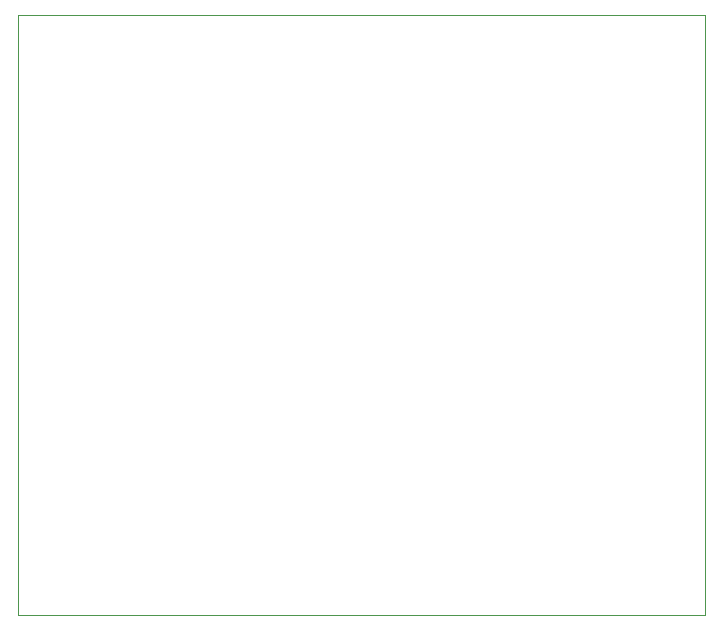
<source format=gko>
G04 Layer_Color=16711935*
%FSLAX25Y25*%
%MOIN*%
G70*
G01*
G75*
%ADD60C,0.00400*%
D60*
X0Y200000D02*
X229000D01*
X0Y0D02*
Y200000D01*
X229000Y0D02*
Y200000D01*
X0Y0D02*
X229000D01*
M02*

</source>
